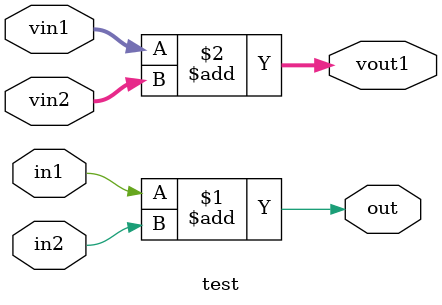
<source format=v>
module test(out, in1, in2, vin1, vin2, vout1);
output out;
input in1, in2;
input [1:0] vin1;
input [2:0] vin2;
output [3:0] vout1;

assign out = in1 + in2;
assign vout1 = vin1 + vin2;
endmodule

</source>
